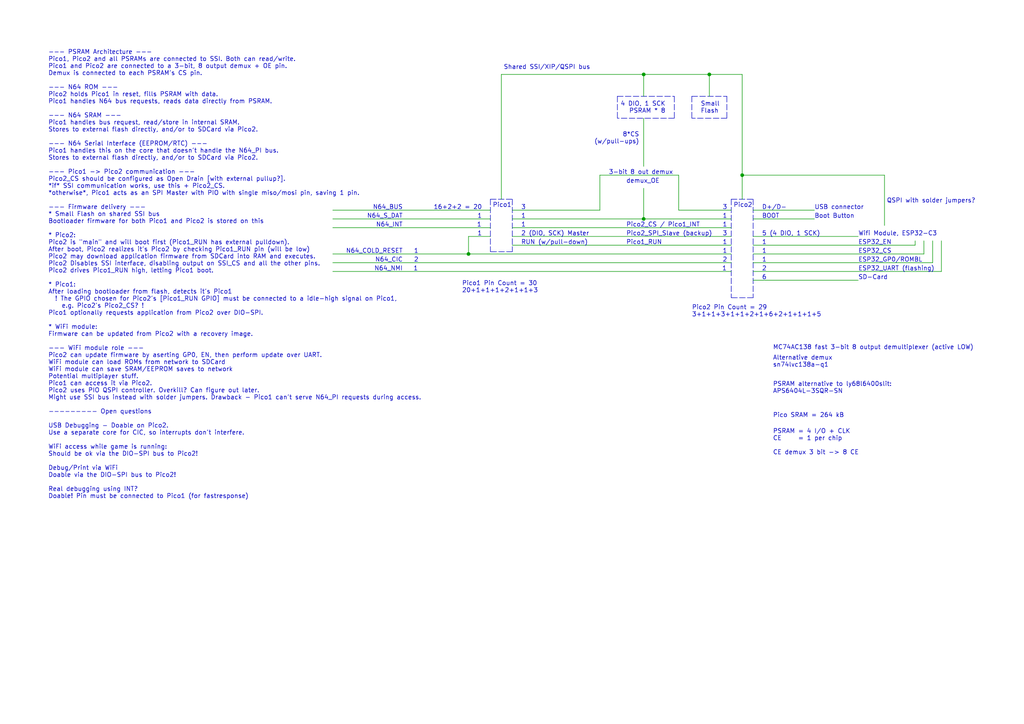
<source format=kicad_sch>
(kicad_sch (version 20211123) (generator eeschema)
  (paper "A4")
  (lib_symbols
    (symbol "Connector:Micro_SD_Card_Det" (pin_names (offset 1.016))
      (property "Reference" "J" (at -16.51 17.78 0))
      (property "Value" "Micro_SD_Card_Det" (at 16.51 17.78 0))
      (symbol "Micro_SD_Card_Det_0_1"
        (rectangle (start -7.62 -6.985) (end -5.08 -8.255) (fill (type outline)))
        (rectangle (start -7.62 -4.445) (end -5.08 -5.715) (fill (type outline)))
        (rectangle (start -7.62 -1.905) (end -5.08 -3.175) (fill (type outline)))
        (rectangle (start -7.62 0.635) (end -5.08 -0.635) (fill (type outline)))
        (rectangle (start -7.62 3.175) (end -5.08 1.905) (fill (type outline)))
        (rectangle (start -7.62 5.715) (end -5.08 4.445) (fill (type outline)))
        (rectangle (start -7.62 8.255) (end -5.08 6.985) (fill (type outline)))
        (rectangle (start -7.62 10.795) (end -5.08 9.525) (fill (type outline)))
        (polyline (pts (xy 16.51 15.24) (xy 16.51 16.51) (xy -19.05 16.51) (xy -19.05 -16.51) (xy 16.51 -16.51) (xy 16.51 -8.89)) (stroke (width 0.254)))
        (polyline (pts (xy -8.89 -8.89) (xy -8.89 11.43) (xy -1.27 11.43) (xy 2.54 15.24) (xy 3.81 15.24) (xy 3.81 13.97) (xy 6.35 13.97) (xy 7.62 15.24) (xy 20.32 15.24) (xy 20.32 -8.89) (xy -8.89 -8.89)) (stroke (width 0.254)) (fill (type background)))
      )
      (symbol "Micro_SD_Card_Det_1_1"
        (pin bidirectional line (at -22.86 10.16 0) (length 3.81) (name "DAT2") (number "1"))
        (pin passive line (at -22.86 -10.16 0) (length 3.81) (name "DET_A") (number "10"))
        (pin passive line (at 20.32 -12.7 180) (length 3.81) (name "SHIELD") (number "11"))
        (pin bidirectional line (at -22.86 7.62 0) (length 3.81) (name "DAT3/CD") (number "2"))
        (pin input line (at -22.86 5.08 0) (length 3.81) (name "CMD") (number "3"))
        (pin power_in line (at -22.86 2.54 0) (length 3.81) (name "VDD") (number "4"))
        (pin input line (at -22.86 0 0) (length 3.81) (name "CLK") (number "5"))
        (pin power_in line (at -22.86 -2.54 0) (length 3.81) (name "VSS") (number "6"))
        (pin bidirectional line (at -22.86 -5.08 0) (length 3.81) (name "DAT0") (number "7"))
        (pin bidirectional line (at -22.86 -7.62 0) (length 3.81) (name "DAT1") (number "8"))
        (pin passive line (at -22.86 -12.7 0) (length 3.81) (name "DET_B") (number "9"))
      )
    )
    (symbol "Connector_Generic:Conn_01x05" (pin_names (offset 1.016) hide)
      (property "Reference" "J" (at 0 7.62 0))
      (property "Value" "Conn_01x05" (at 0 -7.62 0))
      (symbol "Conn_01x05_1_1"
        (rectangle (start -1.27 -4.953) (end 0 -5.207) (stroke (width 0.1524)))
        (rectangle (start -1.27 -2.413) (end 0 -2.667) (stroke (width 0.1524)))
        (rectangle (start -1.27 0.127) (end 0 -0.127) (stroke (width 0.1524)))
        (rectangle (start -1.27 2.667) (end 0 2.413) (stroke (width 0.1524)))
        (rectangle (start -1.27 5.207) (end 0 4.953) (stroke (width 0.1524)))
        (rectangle (start -1.27 6.35) (end 1.27 -6.35) (stroke (width 0.254)) (fill (type background)))
        (pin passive line (at -5.08 5.08 0) (length 3.81) (name "Pin_1") (number "1"))
        (pin passive line (at -5.08 2.54 0) (length 3.81) (name "Pin_2") (number "2"))
        (pin passive line (at -5.08 0 0) (length 3.81) (name "Pin_3") (number "3"))
        (pin passive line (at -5.08 -2.54 0) (length 3.81) (name "Pin_4") (number "4"))
        (pin passive line (at -5.08 -5.08 0) (length 3.81) (name "Pin_5") (number "5"))
      )
    )
    (symbol "Connector_Generic:Conn_02x06_Odd_Even" (pin_names (offset 1.016) hide)
      (property "Reference" "J" (at 1.27 7.62 0))
      (property "Value" "Conn_02x06_Odd_Even" (at 1.27 -10.16 0))
      (symbol "Conn_02x06_Odd_Even_1_1"
        (rectangle (start -1.27 -7.493) (end 0 -7.747) (stroke (width 0.1524)))
        (rectangle (start -1.27 -4.953) (end 0 -5.207) (stroke (width 0.1524)))
        (rectangle (start -1.27 -2.413) (end 0 -2.667) (stroke (width 0.1524)))
        (rectangle (start -1.27 0.127) (end 0 -0.127) (stroke (width 0.1524)))
        (rectangle (start -1.27 2.667) (end 0 2.413) (stroke (width 0.1524)))
        (rectangle (start -1.27 5.207) (end 0 4.953) (stroke (width 0.1524)))
        (rectangle (start -1.27 6.35) (end 3.81 -8.89) (stroke (width 0.254)) (fill (type background)))
        (rectangle (start 3.81 -7.493) (end 2.54 -7.747) (stroke (width 0.1524)))
        (rectangle (start 3.81 -4.953) (end 2.54 -5.207) (stroke (width 0.1524)))
        (rectangle (start 3.81 -2.413) (end 2.54 -2.667) (stroke (width 0.1524)))
        (rectangle (start 3.81 0.127) (end 2.54 -0.127) (stroke (width 0.1524)))
        (rectangle (start 3.81 2.667) (end 2.54 2.413) (stroke (width 0.1524)))
        (rectangle (start 3.81 5.207) (end 2.54 4.953) (stroke (width 0.1524)))
        (pin passive line (at -5.08 5.08 0) (length 3.81) (name "Pin_1") (number "1"))
        (pin passive line (at 7.62 -5.08 180) (length 3.81) (name "Pin_10") (number "10"))
        (pin passive line (at -5.08 -7.62 0) (length 3.81) (name "Pin_11") (number "11"))
        (pin passive line (at 7.62 -7.62 180) (length 3.81) (name "Pin_12") (number "12"))
        (pin passive line (at 7.62 5.08 180) (length 3.81) (name "Pin_2") (number "2"))
        (pin passive line (at -5.08 2.54 0) (length 3.81) (name "Pin_3") (number "3"))
        (pin passive line (at 7.62 2.54 180) (length 3.81) (name "Pin_4") (number "4"))
        (pin passive line (at -5.08 0 0) (length 3.81) (name "Pin_5") (number "5"))
        (pin passive line (at 7.62 0 180) (length 3.81) (name "Pin_6") (number "6"))
        (pin passive line (at -5.08 -2.54 0) (length 3.81) (name "Pin_7") (number "7"))
        (pin passive line (at 7.62 -2.54 180) (length 3.81) (name "Pin_8") (number "8"))
        (pin passive line (at -5.08 -5.08 0) (length 3.81) (name "Pin_9") (number "9"))
      )
    )
    (symbol "Jumper:SolderJumper_2_Open" (pin_names (offset 0) hide)
      (property "Reference" "JP" (at 0 2.032 0))
      (property "Value" "SolderJumper_2_Open" (at 0 -2.54 0))
      (symbol "SolderJumper_2_Open_0_1"
        (arc (start -0.254 1.016) (mid -1.27 0) (end -0.254 -1.016))
        (arc (start -0.254 1.016) (mid -1.27 0) (end -0.254 -1.016) (fill (type outline)))
        (polyline (pts (xy -0.254 1.016) (xy -0.254 -1.016)))
        (polyline (pts (xy 0.254 1.016) (xy 0.254 -1.016)))
        (arc (start 0.254 -1.016) (mid 1.27 0) (end 0.254 1.016))
        (arc (start 0.254 -1.016) (mid 1.27 0) (end 0.254 1.016) (fill (type outline)))
      )
      (symbol "SolderJumper_2_Open_1_1"
        (pin passive line (at -3.81 0 0) (length 2.54) (name "A") (number "1"))
        (pin passive line (at 3.81 0 180) (length 2.54) (name "B") (number "2"))
      )
    )
    (symbol "RP2040_Stamp:RP2040_Stamp"
      (property "Reference" "U" (at 10.16 43.18 0))
      (property "Value" "RP2040_Stamp" (at 0 -38.1 0))
      (symbol "RP2040_Stamp_0_0"
        (text "IN" (at -4.445 39.37 0) (effects (font (size 1.27 1.27)) (justify left)))
        (text "OUT" (at -4.445 36.83 0) (effects (font (size 1.27 1.27)) (justify left)))
        (pin bidirectional line (at 12.7 39.37 180) (length 2.54) (name "GPIO0") (number "1"))
        (pin bidirectional line (at 12.7 16.51 180) (length 2.54) (name "GPIO9") (number "10"))
        (pin bidirectional line (at 12.7 13.97 180) (length 2.54) (name "GPIO10") (number "11"))
        (pin bidirectional line (at 12.7 11.43 180) (length 2.54) (name "GPIO11") (number "12"))
        (pin bidirectional line (at 12.7 8.89 180) (length 2.54) (name "GPIO12") (number "13"))
        (pin bidirectional line (at 12.7 6.35 180) (length 2.54) (name "GPIO13") (number "14"))
        (pin bidirectional line (at 12.7 3.81 180) (length 2.54) (name "GPIO14") (number "15"))
        (pin bidirectional line (at 12.7 1.27 180) (length 2.54) (name "GPIO15") (number "16"))
        (pin bidirectional line (at 12.7 -1.27 180) (length 2.54) (name "GPIO16") (number "17"))
        (pin bidirectional line (at 12.7 -3.81 180) (length 2.54) (name "GPIO17") (number "18"))
        (pin bidirectional line (at 12.7 -6.35 180) (length 2.54) (name "GPIO18") (number "19"))
        (pin bidirectional line (at 12.7 36.83 180) (length 2.54) (name "GPIO1") (number "2"))
        (pin bidirectional line (at 12.7 -8.89 180) (length 2.54) (name "GPIO19") (number "20"))
        (pin bidirectional line (at 12.7 -11.43 180) (length 2.54) (name "GPIO20") (number "21"))
        (pin bidirectional line (at 12.7 -13.97 180) (length 2.54) (name "GPIO21") (number "22"))
        (pin bidirectional line (at 12.7 -16.51 180) (length 2.54) (name "GPIO22") (number "23"))
        (pin bidirectional line (at 12.7 -19.05 180) (length 2.54) (name "GPIO23") (number "24"))
        (pin bidirectional line (at 12.7 -21.59 180) (length 2.54) (name "GPIO24") (number "25"))
        (pin bidirectional line (at 12.7 -24.13 180) (length 2.54) (name "GPIO25") (number "26"))
        (pin bidirectional line (at 12.7 -26.67 180) (length 2.54) (name "GPIO26") (number "27"))
        (pin bidirectional line (at 12.7 -29.21 180) (length 2.54) (name "GPIO27") (number "28"))
        (pin bidirectional line (at 12.7 -31.75 180) (length 2.54) (name "GPIO28") (number "29"))
        (pin bidirectional line (at 12.7 34.29 180) (length 2.54) (name "GPIO2") (number "3"))
        (pin bidirectional line (at 12.7 -34.29 180) (length 2.54) (name "GPIO29") (number "30"))
        (pin power_in line (at -12.7 -34.29 0) (length 2.54) (name "GND") (number "31"))
        (pin power_in line (at -12.7 34.29 0) (length 2.54) (name "VBAT") (number "32"))
        (pin power_in line (at -12.7 39.37 0) (length 2.54) (name "5V") (number "33"))
        (pin power_out line (at -12.7 36.83 0) (length 2.54) (name "3.3V") (number "34"))
        (pin bidirectional line (at -12.7 19.05 0) (length 2.54) (name "USB_D-") (number "35"))
        (pin bidirectional line (at -12.7 16.51 0) (length 2.54) (name "USB_D+") (number "36"))
        (pin bidirectional line (at -12.7 11.43 0) (length 2.54) (name "SWDIO") (number "37"))
        (pin input line (at -12.7 8.89 0) (length 2.54) (name "SWCLK") (number "38"))
        (pin bidirectional line (at -12.7 24.13 0) (length 2.54) (name "~{RESET}") (number "39"))
        (pin bidirectional line (at 12.7 31.75 180) (length 2.54) (name "GPIO3") (number "4"))
        (pin input line (at -12.7 29.21 0) (length 2.54) (name "BOOTSEL") (number "40"))
        (pin bidirectional line (at 12.7 29.21 180) (length 2.54) (name "GPIO4") (number "5"))
        (pin bidirectional line (at 12.7 26.67 180) (length 2.54) (name "GPIO5") (number "6"))
        (pin bidirectional line (at 12.7 24.13 180) (length 2.54) (name "GPIO6") (number "7"))
        (pin bidirectional line (at 12.7 21.59 180) (length 2.54) (name "GPIO7") (number "8"))
        (pin bidirectional line (at 12.7 19.05 180) (length 2.54) (name "GPIO8") (number "9"))
      )
      (symbol "RP2040_Stamp_0_1"
        (rectangle (start -10.16 41.91) (end 10.16 -36.83) (stroke (width 0.1524)) (fill (type background)))
      )
    )
    (symbol "Switch:SW_Push" (pin_numbers hide) (pin_names (offset 1.016) hide)
      (property "Reference" "SW" (at 1.27 2.54 0))
      (property "Value" "SW_Push" (at 0 -1.524 0))
      (symbol "SW_Push_0_1"
        (circle (center -2.032 0) (radius 0.508))
        (polyline (pts (xy 0 1.27) (xy 0 3.048)))
        (polyline (pts (xy 2.54 1.27) (xy -2.54 1.27)))
        (circle (center 2.032 0) (radius 0.508))
        (pin passive line (at -5.08 0 0) (length 2.54) (name "1") (number "1"))
        (pin passive line (at 5.08 0 180) (length 2.54) (name "2") (number "2"))
      )
    )
    (symbol "n64-cartridge:N64-Cartridge" (pin_names (offset 1.016))
      (property "Reference" "U?" (at -0.635 38.1 0))
      (property "Value" "N64-Cartridge" (at -0.635 34.29 0))
      (symbol "N64-Cartridge_0_1"
        (rectangle (start -17.78 33.02) (end 17.78 -33.02) (fill (type background)))
      )
      (symbol "N64-Cartridge_1_1"
        (pin passive line (at -25.4 30.48 0) (length 7.62) (name "GND") (number "1"))
        (pin passive line (at -25.4 7.62 0) (length 7.62) (name "READ") (number "10"))
        (pin passive line (at -25.4 5.08 0) (length 7.62) (name "AD11") (number "11"))
        (pin passive line (at -25.4 2.54 0) (length 7.62) (name "AD10") (number "12"))
        (pin passive line (at -25.4 0 0) (length 7.62) (name "12V") (number "13"))
        (pin passive line (at -25.4 -2.54 0) (length 7.62) (name "12V_EXP") (number "14"))
        (pin passive line (at -25.4 -5.08 0) (length 7.62) (name "AD9") (number "15"))
        (pin passive line (at -25.4 -7.62 0) (length 7.62) (name "AD8") (number "16"))
        (pin passive line (at -25.4 -10.16 0) (length 7.62) (name "VCC") (number "17"))
        (pin passive line (at -25.4 -12.7 0) (length 7.62) (name "u3_15") (number "18"))
        (pin passive line (at -25.4 -15.24 0) (length 7.62) (name "1.6mHz") (number "19"))
        (pin passive line (at -25.4 27.94 0) (length 7.62) (name "GND") (number "2"))
        (pin passive line (at -25.4 -17.78 0) (length 7.62) (name "COLD_RESET") (number "20"))
        (pin passive line (at -25.4 -20.32 0) (length 7.62) (name "S_DAT") (number "21"))
        (pin passive line (at -25.4 -22.86 0) (length 7.62) (name "GND") (number "22"))
        (pin passive line (at -25.4 -25.4 0) (length 7.62) (name "GND") (number "23"))
        (pin passive line (at -25.4 -27.94 0) (length 7.62) (name "LAUDIO") (number "24"))
        (pin passive line (at -25.4 -30.48 0) (length 7.62) (name "GND") (number "25"))
        (pin passive line (at 25.4 30.48 180) (length 7.62) (name "GND") (number "26"))
        (pin passive line (at 25.4 27.94 180) (length 7.62) (name "GND") (number "27"))
        (pin passive line (at 25.4 25.4 180) (length 7.62) (name "AD0") (number "28"))
        (pin passive line (at 25.4 22.86 180) (length 7.62) (name "AD1") (number "29"))
        (pin passive line (at -25.4 25.4 0) (length 7.62) (name "AD15") (number "3"))
        (pin passive line (at 25.4 20.32 180) (length 7.62) (name "AD2") (number "30"))
        (pin passive line (at 25.4 17.78 180) (length 7.62) (name "GND") (number "31"))
        (pin passive line (at 25.4 15.24 180) (length 7.62) (name "AD3") (number "32"))
        (pin passive line (at 25.4 12.7 180) (length 7.62) (name "aleL") (number "33"))
        (pin passive line (at 25.4 10.16 180) (length 7.62) (name "VCC") (number "34"))
        (pin passive line (at 25.4 7.62 180) (length 7.62) (name "aleH") (number "35"))
        (pin passive line (at 25.4 5.08 180) (length 7.62) (name "AD4") (number "36"))
        (pin passive line (at 25.4 2.54 180) (length 7.62) (name "AD5") (number "37"))
        (pin passive line (at 25.4 0 180) (length 7.62) (name "12V_EXP") (number "38"))
        (pin passive line (at 25.4 -2.54 180) (length 7.62) (name "12V") (number "39"))
        (pin passive line (at -25.4 22.86 0) (length 7.62) (name "AD14") (number "4"))
        (pin passive line (at 25.4 -5.08 180) (length 7.62) (name "AD6") (number "40"))
        (pin passive line (at 25.4 -7.62 180) (length 7.62) (name "AD7") (number "41"))
        (pin passive line (at 25.4 -10.16 180) (length 7.62) (name "VCC") (number "42"))
        (pin passive line (at 25.4 -12.7 180) (length 7.62) (name "u3_14") (number "43"))
        (pin passive line (at 25.4 -15.24 180) (length 7.62) (name "NC") (number "44"))
        (pin passive line (at 25.4 -17.78 180) (length 7.62) (name "os_event_cart") (number "45"))
        (pin passive line (at 25.4 -20.32 180) (length 7.62) (name "NC") (number "46"))
        (pin passive line (at 25.4 -22.86 180) (length 7.62) (name "GND") (number "47"))
        (pin passive line (at 25.4 -25.4 180) (length 7.62) (name "GND") (number "48"))
        (pin passive line (at 25.4 -27.94 180) (length 7.62) (name "RAUDIO") (number "49"))
        (pin passive line (at -25.4 20.32 0) (length 7.62) (name "AD13") (number "5"))
        (pin passive line (at 25.4 -30.48 180) (length 7.62) (name "GND") (number "50"))
        (pin passive line (at -25.4 17.78 0) (length 7.62) (name "GND") (number "6"))
        (pin passive line (at -25.4 15.24 0) (length 7.62) (name "AD12") (number "7"))
        (pin passive line (at -25.4 12.7 0) (length 7.62) (name "WRITE") (number "8"))
        (pin passive line (at -25.4 10.16 0) (length 7.62) (name "VCC") (number "9"))
      )
    )
    (symbol "power:+3V3" (power) (pin_names (offset 0))
      (property "Value" "+3V3" (at 0 3.556 0))
      (symbol "+3V3_0_1"
        (polyline (pts (xy -0.762 1.27) (xy 0 2.54)))
        (polyline (pts (xy 0 0) (xy 0 2.54)))
        (polyline (pts (xy 0 2.54) (xy 0.762 1.27)))
      )
      (symbol "+3V3_1_1"
        (pin power_in line (at 0 0 90) (length 0) hide (name "+3V3") (number "1"))
      )
    )
    (symbol "power:GND" (power) (pin_names (offset 0))
      (property "Value" "GND" (at 0 -3.81 0))
      (symbol "GND_0_1"
        (polyline (pts (xy 0 0) (xy 0 -1.27) (xy 1.27 -1.27) (xy 0 -2.54) (xy -1.27 -1.27) (xy 0 -1.27)))
      )
      (symbol "GND_1_1"
        (pin power_in line (at 0 0 270) (length 0) hide (name "GND") (number "1"))
      )
    )
    (symbol "power:VBUS" (power) (pin_names (offset 0))
      (property "Value" "VBUS" (at 0 3.81 0))
      (symbol "VBUS_0_1"
        (polyline (pts (xy -0.762 1.27) (xy 0 2.54)))
        (polyline (pts (xy 0 0) (xy 0 2.54)))
        (polyline (pts (xy 0 2.54) (xy 0.762 1.27)))
      )
      (symbol "VBUS_1_1"
        (pin power_in line (at 0 0 90) (length 0) hide (name "VBUS") (number "1"))
      )
    )
  )
  (junction (at 205.74 21.59))
  (junction (at 186.69 21.59))
  (junction (at 186.69 63.5))
  (junction (at 135.89 73.66))
  (junction (at 215.265 50.8))
  (no_connect (at 434.34 66.04))
  (no_connect (at 485.14 66.04))
  (no_connect (at 403.86 137.16))
  (no_connect (at 434.34 63.5))
  (no_connect (at 335.28 38.1))
  (no_connect (at 485.14 83.82))
  (no_connect (at 485.14 63.5))
  (no_connect (at 485.14 91.44))
  (no_connect (at 434.34 91.44))
  (polyline (pts (xy 383.54 30.48) (xy 383.54 86.36)))
  (wire (pts (xy 360.68 91.44) (xy 382.27 91.44)))
  (wire (pts (xy 360.68 48.26) (xy 365.76 48.26)))
  (wire (pts (xy 441.96 147.32) (xy 447.04 147.32)))
  (polyline (pts (xy 212.09 57.785) (xy 212.09 86.36)))
  (polyline (pts (xy 218.44 86.36) (xy 212.09 86.36)))
  (polyline (pts (xy 142.24 57.785) (xy 142.24 73.025)))
  (wire (pts (xy 196.85 60.96) (xy 196.85 50.8)))
  (wire (pts (xy 349.25 139.7) (xy 349.25 144.78)))
  (wire (pts (xy 485.14 93.98) (xy 495.3 93.98)))
  (wire (pts (xy 429.26 76.2) (xy 434.34 76.2)))
  (wire (pts (xy 424.18 45.72) (xy 434.34 45.72)))
  (polyline (pts (xy 200.66 27.94) (xy 210.82 27.94)))
  (wire (pts (xy 218.44 73.66) (xy 267.97 73.66)))
  (wire (pts (xy 429.26 40.64) (xy 434.34 40.64)))
  (wire (pts (xy 429.26 53.34) (xy 434.34 53.34)))
  (wire (pts (xy 389.89 99.06) (xy 396.24 99.06)))
  (wire (pts (xy 145.415 21.59) (xy 145.415 57.785)))
  (wire (pts (xy 485.14 88.9) (xy 495.3 88.9)))
  (wire (pts (xy 218.44 76.2) (xy 270.51 76.2)))
  (wire (pts (xy 360.68 71.12) (xy 365.76 71.12)))
  (wire (pts (xy 330.2 53.34) (xy 335.28 53.34)))
  (wire (pts (xy 270.51 69.85) (xy 270.51 76.2)))
  (wire (pts (xy 441.96 129.54) (xy 447.04 129.54)))
  (wire (pts (xy 424.18 93.98) (xy 434.34 93.98)))
  (wire (pts (xy 360.68 78.74) (xy 365.76 78.74)))
  (wire (pts (xy 360.68 83.82) (xy 365.76 83.82)))
  (wire (pts (xy 215.265 21.59) (xy 215.265 50.8)))
  (wire (pts (xy 429.26 71.12) (xy 434.34 71.12)))
  (wire (pts (xy 441.96 142.24) (xy 447.04 142.24)))
  (wire (pts (xy 429.26 50.8) (xy 434.34 50.8)))
  (wire (pts (xy 267.97 69.85) (xy 267.97 73.66)))
  (wire (pts (xy 381 129.54) (xy 386.08 129.54)))
  (wire (pts (xy 330.2 55.88) (xy 335.28 55.88)))
  (wire (pts (xy 485.14 71.12) (xy 490.22 71.12)))
  (polyline (pts (xy 212.09 57.785) (xy 218.44 57.785)))
  (wire (pts (xy 360.68 76.2) (xy 365.76 76.2)))
  (wire (pts (xy 485.14 40.64) (xy 490.22 40.64)))
  (wire (pts (xy 148.59 60.96) (xy 173.99 60.96)))
  (wire (pts (xy 360.68 73.66) (xy 365.76 73.66)))
  (wire (pts (xy 215.265 50.8) (xy 256.54 50.8)))
  (wire (pts (xy 148.59 71.12) (xy 212.09 71.12)))
  (wire (pts (xy 186.69 21.59) (xy 186.69 27.94)))
  (wire (pts (xy 360.68 53.34) (xy 365.76 53.34)))
  (wire (pts (xy 485.14 38.1) (xy 490.22 38.1)))
  (wire (pts (xy 360.68 38.1) (xy 365.76 38.1)))
  (wire (pts (xy 429.26 60.96) (xy 434.34 60.96)))
  (wire (pts (xy 424.18 86.36) (xy 434.34 86.36)))
  (wire (pts (xy 360.68 40.64) (xy 365.76 40.64)))
  (polyline (pts (xy 195.58 34.29) (xy 179.07 34.29)))
  (polyline (pts (xy 148.59 73.025) (xy 142.24 73.025)))
  (wire (pts (xy 485.14 58.42) (xy 490.22 58.42)))
  (wire (pts (xy 424.18 35.56) (xy 434.34 35.56)))
  (wire (pts (xy 429.26 83.82) (xy 434.34 83.82)))
  (wire (pts (xy 360.68 60.96) (xy 365.76 60.96)))
  (wire (pts (xy 360.68 66.04) (xy 365.76 66.04)))
  (wire (pts (xy 485.14 43.18) (xy 490.22 43.18)))
  (wire (pts (xy 381 132.08) (xy 386.08 132.08)))
  (wire (pts (xy 330.2 106.68) (xy 335.28 106.68)))
  (wire (pts (xy 398.78 134.62) (xy 403.86 134.62)))
  (wire (pts (xy 256.54 50.8) (xy 256.54 65.405)))
  (wire (pts (xy 265.43 69.85) (xy 265.43 71.12)))
  (wire (pts (xy 485.14 60.96) (xy 490.22 60.96)))
  (polyline (pts (xy 368.3 30.48) (xy 381 30.48)))
  (wire (pts (xy 381 137.16) (xy 386.08 137.16)))
  (polyline (pts (xy 148.59 57.785) (xy 148.59 73.025)))
  (wire (pts (xy 389.89 96.52) (xy 396.24 96.52)))
  (wire (pts (xy 485.14 73.66) (xy 490.22 73.66)))
  (polyline (pts (xy 142.24 57.785) (xy 148.59 57.785)))
  (wire (pts (xy 96.52 63.5) (xy 142.24 63.5)))
  (wire (pts (xy 429.26 139.7) (xy 447.04 139.7)))
  (wire (pts (xy 330.2 27.94) (xy 330.2 33.02)))
  (wire (pts (xy 360.68 63.5) (xy 365.76 63.5)))
  (wire (pts (xy 173.99 50.8) (xy 196.85 50.8)))
  (wire (pts (xy 485.14 35.56) (xy 495.3 35.56)))
  (wire (pts (xy 360.68 68.58) (xy 365.76 68.58)))
  (polyline (pts (xy 368.3 86.36) (xy 383.54 86.36)))
  (wire (pts (xy 429.26 55.88) (xy 434.34 55.88)))
  (wire (pts (xy 212.09 60.96) (xy 196.85 60.96)))
  (wire (pts (xy 441.96 127) (xy 447.04 127)))
  (polyline (pts (xy 414.02 83.82) (xy 414.02 101.6)))
  (polyline (pts (xy 195.58 27.94) (xy 195.58 34.29)))
  (wire (pts (xy 360.68 86.36) (xy 365.76 86.36)))
  (wire (pts (xy 360.68 106.68) (xy 365.76 106.68)))
  (wire (pts (xy 360.68 101.6) (xy 365.76 101.6)))
  (wire (pts (xy 218.44 60.96) (xy 236.22 60.96)))
  (wire (pts (xy 96.52 78.74) (xy 212.09 78.74)))
  (polyline (pts (xy 414.02 101.6) (xy 393.7 101.6)))
  (wire (pts (xy 186.69 21.59) (xy 205.74 21.59)))
  (wire (pts (xy 218.44 68.58) (xy 248.92 68.58)))
  (wire (pts (xy 381 142.24) (xy 386.08 142.24)))
  (wire (pts (xy 135.89 68.58) (xy 135.89 73.66)))
  (wire (pts (xy 485.14 53.34) (xy 490.22 53.34)))
  (wire (pts (xy 186.69 63.5) (xy 212.09 63.5)))
  (wire (pts (xy 205.74 21.59) (xy 205.74 27.94)))
  (wire (pts (xy 360.68 43.18) (xy 365.76 43.18)))
  (wire (pts (xy 218.44 78.74) (xy 273.05 78.74)))
  (wire (pts (xy 495.3 149.86) (xy 490.22 149.86)))
  (wire (pts (xy 148.59 68.58) (xy 212.09 68.58)))
  (wire (pts (xy 360.68 58.42) (xy 365.76 58.42)))
  (wire (pts (xy 360.68 35.56) (xy 365.76 35.56)))
  (wire (pts (xy 398.78 132.08) (xy 403.86 132.08)))
  (wire (pts (xy 429.26 38.1) (xy 434.34 38.1)))
  (wire (pts (xy 360.68 33.02) (xy 365.76 33.02)))
  (wire (pts (xy 273.05 69.85) (xy 273.05 78.74)))
  (wire (pts (xy 344.17 137.16) (xy 349.25 137.16)))
  (wire (pts (xy 360.68 99.06) (xy 382.27 99.06)))
  (wire (pts (xy 330.2 111.76) (xy 330.2 106.68)))
  (wire (pts (xy 344.17 134.62) (xy 349.25 134.62)))
  (polyline (pts (xy 381 30.48) (xy 383.54 30.48)))
  (wire (pts (xy 186.69 54.61) (xy 186.69 63.5)))
  (wire (pts (xy 485.14 78.74) (xy 490.22 78.74)))
  (wire (pts (xy 218.44 63.5) (xy 236.22 63.5)))
  (wire (pts (xy 485.14 55.88) (xy 490.22 55.88)))
  (wire (pts (xy 218.44 81.28) (xy 248.92 81.28)))
  (polyline (pts (xy 200.66 27.94) (xy 200.66 34.29)))
  (wire (pts (xy 330.2 60.96) (xy 335.28 60.96)))
  (wire (pts (xy 360.68 104.14) (xy 365.76 104.14)))
  (wire (pts (xy 360.68 88.9) (xy 365.76 88.9)))
  (wire (pts (xy 441.96 149.86) (xy 447.04 149.86)))
  (wire (pts (xy 429.26 43.18) (xy 434.34 43.18)))
  (wire (pts (xy 360.68 45.72) (xy 365.76 45.72)))
  (wire (pts (xy 360.68 93.98) (xy 382.27 93.98)))
  (wire (pts (xy 424.18 33.02) (xy 434.34 33.02)))
  (wire (pts (xy 424.18 88.9) (xy 434.34 88.9)))
  (wire (pts (xy 398.78 129.54) (xy 403.86 129.54)))
  (wire (pts (xy 429.26 48.26) (xy 434.34 48.26)))
  (wire (pts (xy 441.96 149.86) (xy 441.96 154.94)))
  (polyline (pts (xy 393.7 83.82) (xy 414.02 83.82)))
  (wire (pts (xy 148.59 63.5) (xy 186.69 63.5)))
  (wire (pts (xy 307.34 48.26) (xy 307.34 43.18)))
  (wire (pts (xy 495.3 154.94) (xy 495.3 149.86)))
  (wire (pts (xy 485.14 33.02) (xy 495.3 33.02)))
  (wire (pts (xy 344.17 132.08) (xy 349.25 132.08)))
  (wire (pts (xy 485.14 68.58) (xy 490.22 68.58)))
  (wire (pts (xy 344.17 129.54) (xy 349.25 129.54)))
  (wire (pts (xy 485.14 86.36) (xy 495.3 86.36)))
  (wire (pts (xy 398.78 139.7) (xy 403.86 139.7)))
  (wire (pts (xy 441.96 144.78) (xy 447.04 144.78)))
  (wire (pts (xy 96.52 66.04) (xy 142.24 66.04)))
  (wire (pts (xy 389.89 93.98) (xy 396.24 93.98)))
  (wire (pts (xy 173.99 60.96) (xy 173.99 50.8)))
  (wire (pts (xy 96.52 76.2) (xy 212.09 76.2)))
  (wire (pts (xy 398.78 137.16) (xy 403.86 137.16)))
  (wire (pts (xy 360.68 96.52) (xy 382.27 96.52)))
  (polyline (pts (xy 179.07 27.94) (xy 179.07 34.29)))
  (wire (pts (xy 360.68 81.28) (xy 365.76 81.28)))
  (wire (pts (xy 135.89 73.66) (xy 212.09 73.66)))
  (wire (pts (xy 322.58 43.18) (xy 335.28 43.18)))
  (wire (pts (xy 307.34 43.18) (xy 312.42 43.18)))
  (wire (pts (xy 429.26 81.28) (xy 434.34 81.28)))
  (wire (pts (xy 142.24 68.58) (xy 135.89 68.58)))
  (polyline (pts (xy 218.44 57.785) (xy 218.44 86.36)))
  (wire (pts (xy 330.2 33.02) (xy 335.28 33.02)))
  (wire (pts (xy 429.26 78.74) (xy 434.34 78.74)))
  (wire (pts (xy 398.78 142.24) (xy 403.86 142.24)))
  (wire (pts (xy 429.26 68.58) (xy 434.34 68.58)))
  (wire (pts (xy 322.58 27.94) (xy 322.58 35.56)))
  (wire (pts (xy 360.68 50.8) (xy 365.76 50.8)))
  (wire (pts (xy 485.14 81.28) (xy 490.22 81.28)))
  (polyline (pts (xy 210.82 34.29) (xy 200.66 34.29)))
  (wire (pts (xy 330.2 63.5) (xy 335.28 63.5)))
  (polyline (pts (xy 393.7 83.82) (xy 393.7 101.6)))
  (wire (pts (xy 205.74 21.59) (xy 215.265 21.59)))
  (wire (pts (xy 322.58 35.56) (xy 335.28 35.56)))
  (polyline (pts (xy 210.82 27.94) (xy 210.82 34.29)))
  (wire (pts (xy 485.14 48.26) (xy 490.22 48.26)))
  (wire (pts (xy 485.14 45.72) (xy 495.3 45.72)))
  (wire (pts (xy 429.26 73.66) (xy 434.34 73.66)))
  (wire (pts (xy 96.52 60.96) (xy 142.24 60.96)))
  (wire (pts (xy 145.415 21.59) (xy 186.69 21.59)))
  (wire (pts (xy 381 134.62) (xy 386.08 134.62)))
  (wire (pts (xy 441.96 137.16) (xy 447.04 137.16)))
  (polyline (pts (xy 179.07 27.94) (xy 195.58 27.94)))
  (wire (pts (xy 186.69 34.29) (xy 186.69 48.26)))
  (wire (pts (xy 330.2 48.26) (xy 335.28 48.26)))
  (wire (pts (xy 429.26 134.62) (xy 447.04 134.62)))
  (wire (pts (xy 381 139.7) (xy 386.08 139.7)))
  (wire (pts (xy 349.25 127) (xy 349.25 129.54)))
  (wire (pts (xy 360.68 55.88) (xy 365.76 55.88)))
  (wire (pts (xy 218.44 71.12) (xy 265.43 71.12)))
  (wire (pts (xy 485.14 50.8) (xy 490.22 50.8)))
  (wire (pts (xy 441.96 132.08) (xy 447.04 132.08)))
  (wire (pts (xy 429.26 58.42) (xy 434.34 58.42)))
  (wire (pts (xy 215.265 50.8) (xy 215.265 57.785)))
  (wire (pts (xy 485.14 76.2) (xy 490.22 76.2)))
  (wire (pts (xy 389.89 91.44) (xy 396.24 91.44)))
  (wire (pts (xy 344.17 139.7) (xy 349.25 139.7)))
  (wire (pts (xy 96.52 73.66) (xy 135.89 73.66)))
  (wire (pts (xy 148.59 66.04) (xy 212.09 66.04)))
  (text "PSRAM alternative to ly68l6400slit:\nAPS6404L-3SQR-SN" (at 224.155 114.3 0) (effects (font (size 1.27 1.27)) (justify left bottom)))
  (text "1" (at 220.98 71.12 0) (effects (font (size 1.27 1.27)) (justify left bottom)))
  (text "3" (at 151.13 60.96 0) (effects (font (size 1.27 1.27)) (justify left bottom)))
  (text "RUN (w/pull-down)" (at 151.13 71.12 0) (effects (font (size 1.27 1.27)) (justify left bottom)))
  (text "Pico2_SPI_Slave (backup)" (at 181.61 68.58 0) (effects (font (size 1.27 1.27)) (justify left bottom)))
  (text "1" (at 209.55 63.5 0) (effects (font (size 1.27 1.27)) (justify left bottom)))
  (text "N64_BUS" (at 116.84 60.96 180) (effects (font (size 1.27 1.27)) (justify right bottom)))
  (text "demux_OE" (at 181.61 53.34 0) (effects (font (size 1.27 1.27)) (justify left bottom)))
  (text "Shared SSI/XIP/QSPI bus" (at 146.05 20.32 0) (effects (font (size 1.27 1.27)) (justify left bottom)))
  (text "ESP32_GP0/ROMBL" (at 248.92 76.2 0) (effects (font (size 1.27 1.27)) (justify left bottom)))
  (text "4 DIO, 1 SCK\nPSRAM * 8" (at 193.04 33.02 180) (effects (font (size 1.27 1.27)) (justify right bottom)))
  (text "BOOT" (at 220.98 63.5 0) (effects (font (size 1.27 1.27)) (justify left bottom)))
  (text "Boot Button" (at 236.22 63.5 0) (effects (font (size 1.27 1.27)) (justify left bottom)))
  (text "Absolute minimum" (at 368.3 30.48 0) (effects (font (size 1.27 1.27)) (justify left bottom)))
  (text "3" (at 209.55 68.58 0) (effects (font (size 1.27 1.27)) (justify left bottom)))
  (text "N64_COLD_RESET" (at 116.84 73.66 180) (effects (font (size 1.27 1.27)) (justify right bottom)))
  (text "1" (at 209.55 73.66 0) (effects (font (size 1.27 1.27)) (justify left bottom)))
  (text "1" (at 121.285 78.74 180) (effects (font (size 1.27 1.27)) (justify right bottom)))
  (text "1" (at 139.7 66.04 180) (effects (font (size 1.27 1.27)) (justify right bottom)))
  (text "1" (at 151.13 66.04 0) (effects (font (size 1.27 1.27)) (justify left bottom)))
  (text "3" (at 209.55 60.96 0) (effects (font (size 1.27 1.27)) (justify left bottom)))
  (text "Pico2" (at 212.725 60.325 0) (effects (font (size 1.27 1.27)) (justify left bottom)))
  (text "Not enough I/Os\nto handle these" (at 396.24 88.9 0) (effects (font (size 1.27 1.27)) (justify left bottom)))
  (text "ESP32_UART (flashing)" (at 248.92 78.74 0) (effects (font (size 1.27 1.27)) (justify left bottom)))
  (text "1" (at 138.43 68.58 0) (effects (font (size 1.27 1.27)) (justify left bottom)))
  (text "Alternative demux\nsn74lvc138a-q1" (at 224.155 106.68 0) (effects (font (size 1.27 1.27)) (justify left bottom)))
  (text "Pico1 Pin Count = 30\n20+1+1+1+2+1+1+3" (at 133.985 85.09 0) (effects (font (size 1.27 1.27)) (justify left bottom)))
  (text "ESP32_EN" (at 248.92 71.12 0) (effects (font (size 1.27 1.27)) (justify left bottom)))
  (text "Wifi Module, ESP32-C3" (at 248.92 68.58 0) (effects (font (size 1.27 1.27)) (justify left bottom)))
  (text "5 (4 DIO, 1 SCK)" (at 220.98 68.58 0) (effects (font (size 1.27 1.27)) (justify left bottom)))
  (text "2 (DIO, SCK) Master" (at 151.13 68.58 0) (effects (font (size 1.27 1.27)) (justify left bottom)))
  (text "MC74AC138 fast 3-bit 8 output demultiplexer (active LOW)" (at 224.155 101.6 0) (effects (font (size 1.27 1.27)) (justify left bottom)))
  (text "1" (at 209.55 71.12 0) (effects (font (size 1.27 1.27)) (justify left bottom)))
  (text "SD-Card" (at 248.92 81.28 0) (effects (font (size 1.27 1.27)) (justify left bottom)))
  (text "6" (at 220.98 81.28 0) (effects (font (size 1.27 1.27)) (justify left bottom)))
  (text "8*CS\n(w/pull-ups)" (at 185.42 41.91 180) (effects (font (size 1.27 1.27)) (justify right bottom)))
  (text "2" (at 120.015 76.2 0) (effects (font (size 1.27 1.27)) (justify left bottom)))
  (text "2" (at 209.55 76.2 0) (effects (font (size 1.27 1.27)) (justify left bottom)))
  (text "USB connector" (at 236.22 60.96 0) (effects (font (size 1.27 1.27)) (justify left bottom)))
  (text "3-bit 8 out demux" (at 176.53 50.8 0) (effects (font (size 1.27 1.27)) (justify left bottom)))
  (text "N64_NMI" (at 116.84 78.74 180) (effects (font (size 1.27 1.27)) (justify right bottom)))
  (text "Pico2_CS / Pico1_INT" (at 181.61 66.04 0) (effects (font (size 1.27 1.27)) (justify left bottom)))
  (text "1" (at 209.55 66.04 0) (effects (font (size 1.27 1.27)) (justify left bottom)))
  (text "Pin 44 is important! Interrupt pin" (at 508 78.74 0) (effects (font (size 1.27 1.27)) (justify left bottom)))
  (text "1" (at 220.98 73.66 0) (effects (font (size 1.27 1.27)) (justify left bottom)))
  (text "Pico SRAM = 264 kB" (at 224.155 121.285 0) (effects (font (size 1.27 1.27)) (justify left bottom)))
  (text "N64_INT" (at 116.84 66.04 180) (effects (font (size 1.27 1.27)) (justify right bottom)))
  (text "1" (at 220.98 76.2 0) (effects (font (size 1.27 1.27)) (justify left bottom)))
  (text "N64_S_DAT" (at 116.84 63.5 180) (effects (font (size 1.27 1.27)) (justify right bottom)))
  (text "Small\nFlash" (at 203.2 33.02 0) (effects (font (size 1.27 1.27)) (justify left bottom)))
  (text "PSRAM = 4 I/O + CLK\nCE     = 1 per chip\n\nCE demux 3 bit -> 8 CE" (at 224.155 132.08 0) (effects (font (size 1.27 1.27)) (justify left bottom)))
  (text "Pico2 Pin Count = 29\n3+1+1+3+1+1+2+1+6+2+1+1+1+5" (at 200.66 92.075 0) (effects (font (size 1.27 1.27)) (justify left bottom)))
  (text "1" (at 120.015 73.66 0) (effects (font (size 1.27 1.27)) (justify left bottom)))
  (text "1" (at 210.82 78.74 180) (effects (font (size 1.27 1.27)) (justify right bottom)))
  (text "Pico1_RUN" (at 181.61 71.12 0) (effects (font (size 1.27 1.27)) (justify left bottom)))
  (text "1" (at 138.43 63.5 0) (effects (font (size 1.27 1.27)) (justify left bottom)))
  (text "N64_CIC" (at 116.84 76.2 180) (effects (font (size 1.27 1.27)) (justify right bottom)))
  (text "ESP32_CS" (at 248.92 73.66 0) (effects (font (size 1.27 1.27)) (justify left bottom)))
  (text "2" (at 220.98 78.74 0) (effects (font (size 1.27 1.27)) (justify left bottom)))
  (text "D+/D-" (at 220.98 60.96 0) (effects (font (size 1.27 1.27)) (justify left bottom)))
  (text "QSPI with solder jumpers?" (at 257.175 59.055 0) (effects (font (size 1.27 1.27)) (justify left bottom)))
  (text "1" (at 151.13 63.5 0) (effects (font (size 1.27 1.27)) (justify left bottom)))
  (text "Pico1" (at 142.875 60.325 0) (effects (font (size 1.27 1.27)) (justify left bottom)))
  (text "16+2+2 = 20" (at 125.73 60.96 0) (effects (font (size 1.27 1.27)) (justify left bottom)))
  (text "--- PSRAM Architecture ---\nPico1, Pico2 and all PSRAMs are connected to SSI. Both can read/write.\nPico1 and Pico2 are connected to a 3-bit, 8 output demux + OE pin.\nDemux is connected to each PSRAM's CS pin.\n\n--- N64 ROM ---\nPico2 holds Pico1 in reset, fills PSRAM with data.\nPico1 handles N64 bus requests, reads data directly from PSRAM.\n\n--- N64 SRAM ---\nPico1 handles bus request, read/store in internal SRAM.\nStores to external flash directly, and/or to SDCard via Pico2.\n\n--- N64 Serial Interface (EEPROM/RTC) ---\nPico1 handles this on the core that doesn't handle the N64_PI bus.\nStores to external flash directly, and/or to SDCard via Pico2.\n\n--- Pico1 -> Pico2 communication ---\nPico2_CS should be configured as Open Drain [with external pullup?].\n*if* SSI communication works, use this + Pico2_CS.\n*otherwise*, Pico1 acts as an SPI Master with PIO with single miso/mosi pin, saving 1 pin.\n\n--- Firmware delivery ---\n* Small Flash on shared SSI bus\nBootloader firmware for both Pico1 and Pico2 is stored on this\n\n* Pico2:\nPico2 is \"main\" and will boot first (Pico1_RUN has external pulldown).\nAfter boot, Pico2 realizes it's Pico2 by checking Pico1_RUN pin (will be low)\nPico2 may download application firmware from SDCard into RAM and executes.\nPico2 Disables SSI interface, disabling output on SSI_CS and all the other pins.\nPico2 drives Pico1_RUN high, letting Pico1 boot.\n\n* Pico1:\nAfter loading bootloader from flash, detects it's Pico1 \n  ! The GPIO chosen for Pico2's [Pico1_RUN GPIO] must be connected to a idle-high signal on Pico1,\n    e.g. Pico2's Pico2_CS? !\nPico1 optionally requests application from Pico2 over DIO-SPI.\n\n* WiFi module:\nFirmware can be updated from Pico2 with a recovery image.\n\n--- WiFi module role ---\nPico2 can update firmware by aserting GP0, EN, then perform update over UART.\nWiFi module can load ROMs from network to SDCard\nWiFi module can save SRAM/EEPROM saves to network\nPotential multiplayer stuff.\nPico1 can access it via Pico2.\nPico2 uses PIO QSPI controller. Overkill? Can figure out later.\nMight use SSI bus instead with solder jumpers. Drawback - Pico1 can't serve N64_PI requests during access.\n\n--------- Open questions\n\nUSB Debugging - Doable on Pico2.\nUse a separate core for CIC, so interrupts don't interfere.\n\nWiFi access while game is running:\nShould be ok via the DIO-SPI bus to Pico2!\n\nDebug/Print via WiFi\nDoable via the DIO-SPI bus to Pico2!\n\nReal debugging using INT?\nDoable! Pin must be connected to Pico1 (for fastresponse)" (at 13.97 144.78 0) (effects (font (size 1.27 1.27)) (justify left bottom)))
  (label "N64_CIC_DIO" (at 429.26 76.2 180))
  (label "N64_SI_CLK" (at 429.26 78.74 180))
  (label "PMOD_2_SIO0" (at 365.76 101.6 0))
  (label "RP_SWDCLK" (at 349.25 134.62 0))
  (label "AD8" (at 365.76 53.34 0))
  (label "N64_VCC" (at 429.26 53.34 180))
  (label "N64_NMI" (at 396.24 104.14 0))
  (label "AD4" (at 365.76 43.18 0))
  (label "~{WRITE}" (at 429.26 50.8 180))
  (label "AD1" (at 365.76 35.56 0))
  (label "PMOD_8_CS1" (at 403.86 137.16 0))
  (label "PMOD_5_SIO2" (at 403.86 129.54 0))
  (label "AD1" (at 490.22 40.64 0))
  (label "PMOD_6_SIO3" (at 365.76 93.98 0))
  (label "RP_SWDCLK" (at 330.2 63.5 180))
  (label "AD11" (at 429.26 58.42 180))
  (label "~{WRITE}" (at 365.76 78.74 0))
  (label "AD15" (at 365.76 71.12 0))
  (label "N64_VCC" (at 429.26 73.66 180))
  (label "AD12" (at 365.76 63.5 0))
  (label "AD11" (at 365.76 60.96 0))
  (label "N64_VCC" (at 490.22 53.34 0))
  (label "AD10" (at 365.76 58.42 0))
  (label "N64_NMI" (at 490.22 81.28 0))
  (label "PMOD_6_SIO3" (at 403.86 132.08 0))
  (label "N64_CIC_DCLK" (at 365.76 83.82 0))
  (label "PMOD_4_SCLK" (at 381 137.16 180))
  (label "PMOD_1_SS" (at 365.76 96.52 0))
  (label "AD3" (at 490.22 48.26 0))
  (label "PMOD_4_SCLK" (at 365.76 99.06 0))
  (label "N64_S_DAT" (at 429.26 83.82 180))
  (label "AD14" (at 365.76 68.58 0))
  (label "AD3" (at 365.76 40.64 0))
  (label "AD9" (at 429.26 68.58 180))
  (label "N64_CIC_DIO" (at 365.76 86.36 0))
  (label "AD7" (at 490.22 71.12 0))
  (label "AD2" (at 365.76 38.1 0))
  (label "N64_S_DAT" (at 396.24 91.44 0))
  (label "AD13" (at 365.76 66.04 0))
  (label "N64_INT" (at 490.22 78.74 0))
  (label "N64_SI_CLK" (at 396.24 93.98 0))
  (label "PMOD_1_SS" (at 441.96 132.08 180))
  (label "PMOD_7_CS0" (at 441.96 147.32 180))
  (label "PMOD_6_SIO3" (at 441.96 129.54 180))
  (label "PMOD_2_SIO0" (at 441.96 142.24 180))
  (label "N64_CIC_DCLK" (at 490.22 76.2 0))
  (label "AD15" (at 429.26 38.1 180))
  (label "PMOD_5_SIO2" (at 365.76 91.44 0))
  (label "PMOD_7_CS0" (at 365.76 106.68 0))
  (label "AD0" (at 490.22 38.1 0))
  (label "PMOD_3_SIO1" (at 441.96 144.78 180))
  (label "N64_COLD_RESET" (at 365.76 88.9 0))
  (label "~{RP_RESET}" (at 330.2 48.26 180))
  (label "PMOD_3_SIO1" (at 365.76 104.14 0))
  (label "~{READ}" (at 365.76 81.28 0))
  (label "AD5" (at 490.22 60.96 0))
  (label "PMOD_5_SIO2" (at 441.96 127 180))
  (label "ALEH" (at 490.22 55.88 0))
  (label "AD4" (at 490.22 58.42 0))
  (label "AD13" (at 429.26 43.18 180))
  (label "AD7" (at 365.76 50.8 0))
  (label "USB_D-" (at 330.2 53.34 180))
  (label "USB_D+" (at 330.2 55.88 180))
  (label "N64_EEP_SDAT" (at 396.24 96.52 0))
  (label "AD8" (at 429.26 71.12 180))
  (label "AD2" (at 490.22 43.18 0))
  (label "AD12" (at 429.26 48.26 180))
  (label "N64_VCC" (at 490.22 73.66 0))
  (label "AD9" (at 365.76 55.88 0))
  (label "AD6" (at 365.76 48.26 0))
  (label "PMOD_7_CS0" (at 403.86 134.62 0))
  (label "RP_SWDIO" (at 349.25 137.16 0))
  (label "ALEH" (at 365.76 76.2 0))
  (label "~{READ}" (at 429.26 55.88 180))
  (label "AD5" (at 365.76 45.72 0))
  (label "PMOD_4_SCLK" (at 441.96 137.16 180))
  (label "ALEL" (at 490.22 50.8 0))
  (label "AD14" (at 429.26 40.64 180))
  (label "N64_COLD_RESET" (at 429.26 81.28 180))
  (label "~{RP_RESET}" (at 349.25 132.08 0))
  (label "N64_INT" (at 396.24 99.06 0))
  (label "PMOD_1_SS" (at 381 129.54 180))
  (label "AD6" (at 490.22 68.58 0))
  (label "RP_SWDIO" (at 330.2 60.96 180))
  (label "PMOD_3_SIO1" (at 381 134.62 180))
  (label "ALEL" (at 365.76 73.66 0))
  (label "AD0" (at 365.76 33.02 0))
  (label "PMOD_2_SIO0" (at 381 132.08 180))
  (label "AD10" (at 429.26 60.96 180))
  (symbol (lib_id "power:GND") (at 349.25 144.78 0) (unit 1)
    (property "Reference" "#PWR?" (effects hide))
    (property "Value" "~" (at 349.25 149.86 0))
  )
  (symbol (lib_id "power:GND") (at 307.34 48.26 0) (unit 1)
    (property "Reference" "#PWR?" (effects hide))
    (property "Value" "~" (at 307.34 53.34 0))
  )
  (symbol (lib_id "power:GND") (at 495.3 45.72 90) (unit 1)
    (property "Reference" "#PWR?" (effects hide))
    (property "Value" "~" (at 499.11 45.7199 90) (effects (justify right)))
  )
  (symbol (lib_id "power:GND") (at 424.18 35.56 270) (unit 1)
    (property "Reference" "#PWR?" (effects hide))
    (property "Value" "~" (at 420.37 35.5599 90) (effects (justify right)))
  )
  (symbol (lib_id "Jumper:SolderJumper_2_Open") (at 386.08 99.06 0) (unit 1)
    (property "Reference" "JP?" (at 391.16 97.79 0))
  )
  (symbol (lib_id "power:GND") (at 495.3 33.02 90) (unit 1)
    (property "Reference" "#PWR?" (effects hide))
    (property "Value" "~" (at 499.11 33.0199 90) (effects (justify right)))
  )
  (symbol (lib_id "power:+3V3") (at 403.86 142.24 270) (unit 1)
    (property "Reference" "#PWR?" (effects hide))
    (property "Value" "~" (at 407.67 142.2399 90) (effects (justify left)))
  )
  (symbol (lib_id "power:GND") (at 403.86 139.7 90) (unit 1)
    (property "Reference" "#PWR?" (effects hide))
    (property "Value" "~" (at 407.67 139.6999 90) (effects (justify right)))
  )
  (symbol (lib_id "power:GND") (at 424.18 93.98 270) (unit 1)
    (property "Reference" "#PWR?" (effects hide))
    (property "Value" "~" (at 420.37 93.9799 90) (effects (justify right)))
  )
  (symbol (lib_id "power:+3V3") (at 349.25 127 0) (unit 1)
    (property "Reference" "#PWR?" (effects hide))
    (property "Value" "~" (at 349.25 121.92 0))
  )
  (symbol (lib_id "power:GND") (at 424.18 86.36 270) (unit 1)
    (property "Reference" "#PWR?" (effects hide))
    (property "Value" "~" (at 420.37 86.3599 90) (effects (justify right)))
  )
  (symbol (lib_id "power:GND") (at 495.3 86.36 90) (unit 1)
    (property "Reference" "#PWR?" (effects hide))
    (property "Value" "~" (at 499.11 86.3599 90) (effects (justify right)))
  )
  (symbol (lib_id "power:GND") (at 429.26 139.7 270) (unit 1)
    (property "Reference" "#PWR?" (effects hide))
    (property "Value" "~" (at 425.45 139.6999 90) (effects (justify right)))
  )
  (symbol (lib_id "Switch:SW_Push") (at 317.5 43.18 0) (unit 1)
    (property "Reference" "SW?" (at 317.5 35.56 0))
    (property "Value" "~" (at 317.5 38.1 0))
  )
  (symbol (lib_id "power:GND") (at 424.18 88.9 270) (unit 1)
    (property "Reference" "#PWR?" (effects hide))
    (property "Value" "~" (at 420.37 88.8999 90) (effects (justify right)))
  )
  (symbol (lib_id "power:GND") (at 495.3 154.94 0) (unit 1)
    (property "Reference" "#PWR?" (effects hide))
    (property "Value" "~" (at 495.3 160.02 0))
  )
  (symbol (lib_id "power:GND") (at 424.18 45.72 270) (unit 1)
    (property "Reference" "#PWR?" (effects hide))
    (property "Value" "~" (at 420.37 45.7199 90) (effects (justify right)))
  )
  (symbol (lib_id "power:GND") (at 424.18 33.02 270) (unit 1)
    (property "Reference" "#PWR?" (effects hide))
    (property "Value" "~" (at 420.37 33.0199 90) (effects (justify right)))
  )
  (symbol (lib_id "n64-cartridge:N64-Cartridge") (at 459.74 63.5 0) (unit 1)
    (property "Reference" "U?" (at 459.105 25.4 0) (effects (font (size 1.524 1.524))))
    (property "Value" "~" (at 459.105 29.21 0) (effects (font (size 1.524 1.524))))
  )
  (symbol (lib_id "power:+3V3") (at 429.26 134.62 90) (unit 1)
    (property "Reference" "#PWR?" (effects hide))
    (property "Value" "~" (at 425.45 134.6199 90) (effects (justify left)))
  )
  (symbol (lib_id "Connector_Generic:Conn_02x06_Odd_Even") (at 391.16 137.16 0) (mirror x) (unit 1)
    (property "Reference" "J?" (at 392.43 123.19 0))
    (property "Value" "~" (at 392.43 125.73 0))
  )
  (symbol (lib_id "power:VBUS") (at 330.2 27.94 0) (unit 1)
    (property "Reference" "#PWR?" (effects hide))
    (property "Value" "~" (at 330.2 22.86 0))
  )
  (symbol (lib_id "Connector:Micro_SD_Card_Det") (at 469.9 137.16 0) (unit 1)
    (property "Reference" "J?" (at 470.535 115.57 0))
    (property "Value" "~" (at 470.535 118.11 0))
    (property "Datasheet" "https://www.hirose.com/product/en/download_file/key_name/DM3/category/Catalog/doc_file_id/49662/?file_category_id=4&item_id=195&is_series=1" (effects hide))
  )
  (symbol (lib_id "Jumper:SolderJumper_2_Open") (at 386.08 96.52 0) (unit 1)
    (property "Reference" "JP?" (at 391.16 95.25 0))
  )
  (symbol (lib_id "power:GND") (at 381 139.7 270) (unit 1)
    (property "Reference" "#PWR?" (effects hide))
    (property "Value" "~" (at 377.19 139.6999 90) (effects (justify right)))
  )
  (symbol (lib_id "power:GND") (at 441.96 154.94 0) (unit 1)
    (property "Reference" "#PWR?" (effects hide))
    (property "Value" "~" (at 444.5 156.2099 0) (effects (justify left)))
  )
  (symbol (lib_id "power:+3V3") (at 381 142.24 90) (unit 1)
    (property "Reference" "#PWR?" (effects hide))
    (property "Value" "~" (at 377.19 142.2399 90) (effects (justify left)))
  )
  (symbol (lib_id "RP2040_Stamp:RP2040_Stamp") (at 347.98 72.39 0) (unit 1)
    (property "Reference" "U?" (at 347.98 25.4 0))
    (property "Value" "~" (at 347.98 27.94 0))
  )
  (symbol (lib_id "Jumper:SolderJumper_2_Open") (at 386.08 93.98 0) (unit 1)
    (property "Reference" "JP?" (at 391.16 92.71 0))
  )
  (symbol (lib_id "Connector_Generic:Conn_01x05") (at 339.09 134.62 0) (mirror y) (unit 1)
    (property "Reference" "J?" (at 339.09 123.19 0))
    (property "Value" "~" (at 339.09 125.73 0))
  )
  (symbol (lib_id "power:GND") (at 495.3 35.56 90) (unit 1)
    (property "Reference" "#PWR?" (effects hide))
    (property "Value" "~" (at 499.11 35.5599 90) (effects (justify right)))
  )
  (symbol (lib_id "power:GND") (at 495.3 88.9 90) (unit 1)
    (property "Reference" "#PWR?" (effects hide))
    (property "Value" "~" (at 499.11 88.8999 90) (effects (justify right)))
  )
  (symbol (lib_id "power:GND") (at 330.2 111.76 0) (unit 1)
    (property "Reference" "#PWR?" (effects hide))
    (property "Value" "~" (at 330.2 116.84 0))
  )
  (symbol (lib_id "power:+3V3") (at 322.58 27.94 0) (unit 1)
    (property "Reference" "#PWR?" (effects hide))
    (property "Value" "~" (at 322.58 22.86 0))
  )
  (symbol (lib_id "Jumper:SolderJumper_2_Open") (at 386.08 91.44 0) (unit 1)
    (property "Reference" "JP?" (at 391.16 90.17 0))
  )
  (symbol (lib_id "power:GND") (at 495.3 93.98 90) (unit 1)
    (property "Reference" "#PWR?" (effects hide))
    (property "Value" "~" (at 499.11 93.9799 90) (effects (justify right)))
  )
)
</source>
